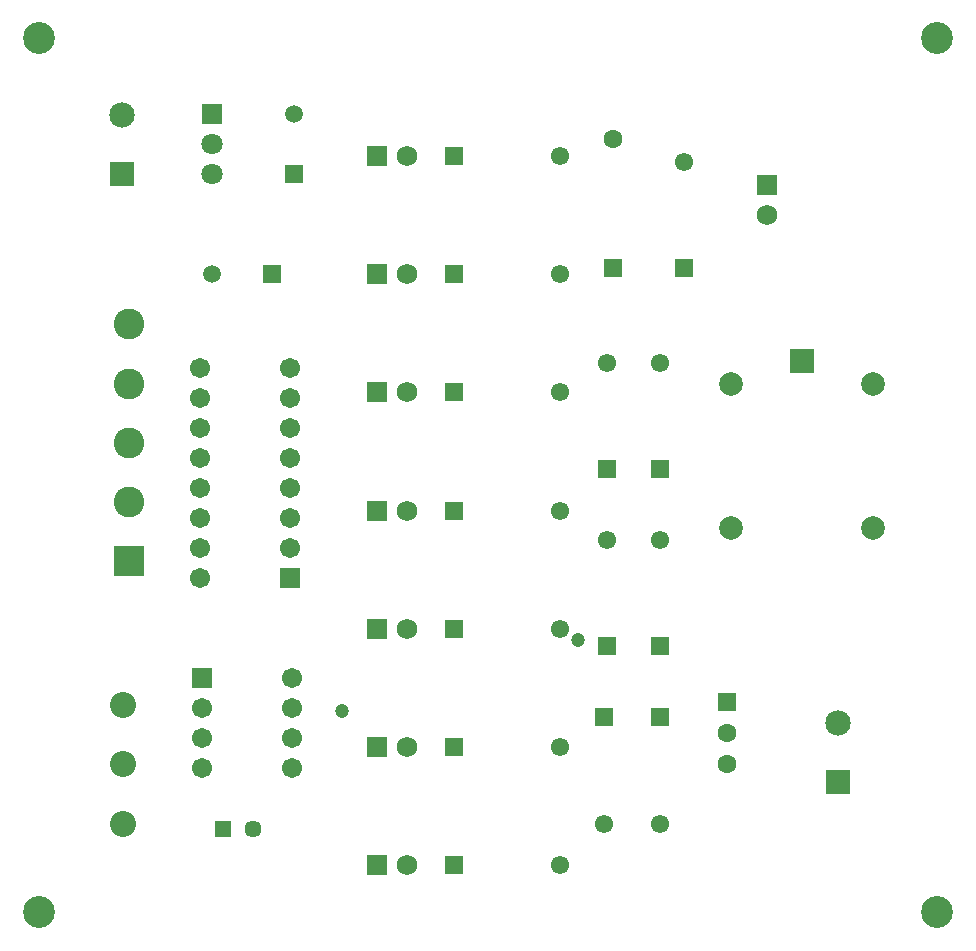
<source format=gbs>
G04*
G04 #@! TF.GenerationSoftware,Altium Limited,Altium Designer,22.9.1 (49)*
G04*
G04 Layer_Color=16711935*
%FSLAX44Y44*%
%MOMM*%
G71*
G04*
G04 #@! TF.SameCoordinates,7A9AD83F-BE66-4558-94AD-99BB97DC6B92*
G04*
G04*
G04 #@! TF.FilePolarity,Negative*
G04*
G01*
G75*
%ADD15R,1.6032X1.6032*%
%ADD16C,1.6032*%
%ADD17C,1.4532*%
%ADD18R,1.4532X1.4532*%
%ADD19R,1.7032X1.7032*%
%ADD20C,1.7032*%
%ADD21R,1.5532X1.5532*%
%ADD22C,1.5532*%
%ADD23C,1.8032*%
%ADD24R,1.8032X1.8032*%
%ADD25R,1.5032X1.5032*%
%ADD26C,1.5032*%
%ADD27R,1.5532X1.5532*%
%ADD28R,1.5032X1.5032*%
%ADD29C,2.1532*%
%ADD30R,2.1532X2.1532*%
%ADD31C,2.0000*%
%ADD32R,2.0000X2.0000*%
%ADD33C,1.6000*%
%ADD34R,1.6000X1.6000*%
%ADD35C,1.7532*%
%ADD36R,1.7532X1.7532*%
%ADD37C,2.2032*%
%ADD38R,1.7532X1.7532*%
%ADD39R,2.6032X2.6032*%
%ADD40C,2.6032*%
%ADD41C,2.7032*%
%ADD42C,1.2032*%
D15*
X602500Y198000D02*
D03*
D16*
Y146000D02*
D03*
Y172000D02*
D03*
D17*
X201000Y90250D02*
D03*
D18*
X176000D02*
D03*
D19*
X232200Y303250D02*
D03*
X157900Y218350D02*
D03*
D20*
X232200Y328650D02*
D03*
Y354050D02*
D03*
Y379450D02*
D03*
Y404850D02*
D03*
Y430250D02*
D03*
Y455650D02*
D03*
Y481050D02*
D03*
X156000Y303250D02*
D03*
Y328650D02*
D03*
Y354050D02*
D03*
Y379450D02*
D03*
Y404850D02*
D03*
Y430250D02*
D03*
Y455650D02*
D03*
Y481050D02*
D03*
X157900Y192950D02*
D03*
Y167550D02*
D03*
Y142150D02*
D03*
X234100Y218350D02*
D03*
Y192950D02*
D03*
Y167550D02*
D03*
Y142150D02*
D03*
D21*
X371000Y360250D02*
D03*
Y660250D02*
D03*
Y560250D02*
D03*
Y460250D02*
D03*
Y260250D02*
D03*
Y160250D02*
D03*
Y60250D02*
D03*
D22*
X461000Y360250D02*
D03*
X566000Y655250D02*
D03*
X546000Y485250D02*
D03*
X501000D02*
D03*
X498500Y95250D02*
D03*
X546000D02*
D03*
Y335250D02*
D03*
X501000D02*
D03*
X461000Y660250D02*
D03*
Y560250D02*
D03*
Y460250D02*
D03*
Y260250D02*
D03*
Y160250D02*
D03*
Y60250D02*
D03*
D23*
X166000Y644850D02*
D03*
Y670250D02*
D03*
D24*
Y695650D02*
D03*
D25*
X236000Y644850D02*
D03*
D26*
Y695650D02*
D03*
X166000Y560250D02*
D03*
D27*
X566000Y565250D02*
D03*
X546000Y395250D02*
D03*
X501000D02*
D03*
X498500Y185250D02*
D03*
X546000D02*
D03*
Y245250D02*
D03*
X501000D02*
D03*
D28*
X216800Y560250D02*
D03*
D29*
X90500Y695250D02*
D03*
X696000Y180250D02*
D03*
D30*
X90500Y645250D02*
D03*
X696000Y130250D02*
D03*
D31*
X606000Y345250D02*
D03*
X726000D02*
D03*
Y467250D02*
D03*
X606000D02*
D03*
D32*
X666000Y487250D02*
D03*
D33*
X506000Y674630D02*
D03*
D34*
Y565870D02*
D03*
D35*
X636000Y610250D02*
D03*
X331400Y660250D02*
D03*
Y560250D02*
D03*
X331000Y460250D02*
D03*
X331400Y360250D02*
D03*
Y260250D02*
D03*
Y160250D02*
D03*
Y60250D02*
D03*
D36*
X636000Y635650D02*
D03*
D37*
X91000Y95250D02*
D03*
Y145250D02*
D03*
Y195250D02*
D03*
D38*
X306000Y660250D02*
D03*
Y560250D02*
D03*
X305600Y460250D02*
D03*
X306000Y360250D02*
D03*
Y260250D02*
D03*
Y160250D02*
D03*
Y60250D02*
D03*
D39*
X96000Y317750D02*
D03*
D40*
Y367750D02*
D03*
Y417750D02*
D03*
Y467750D02*
D03*
Y517750D02*
D03*
D41*
X780000Y20000D02*
D03*
X780000Y760000D02*
D03*
X20000Y20000D02*
D03*
Y760000D02*
D03*
D42*
X476000Y250250D02*
D03*
X276000Y190250D02*
D03*
M02*

</source>
